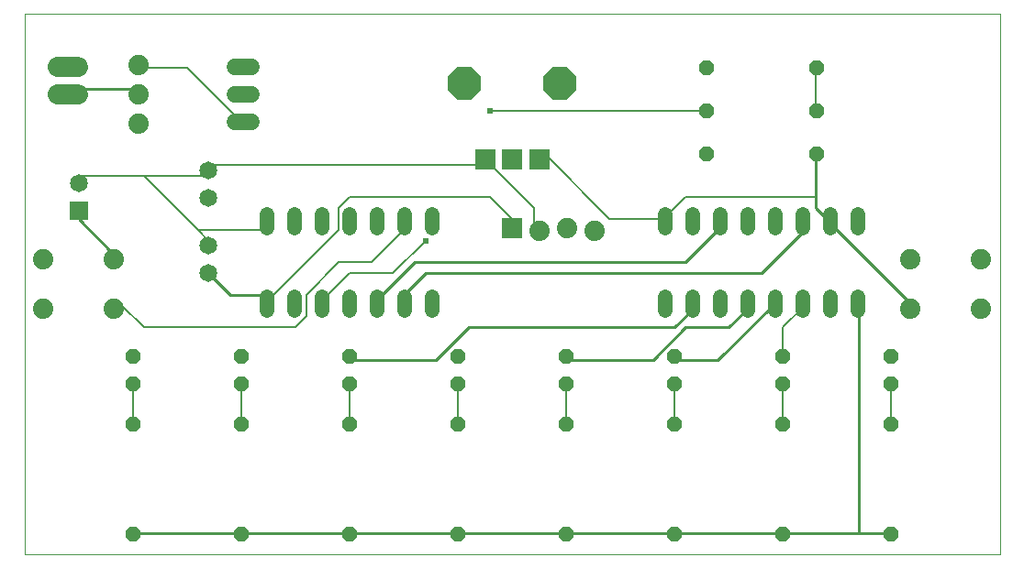
<source format=gtl>
G75*
G70*
%OFA0B0*%
%FSLAX24Y24*%
%IPPOS*%
%LPD*%
%AMOC8*
5,1,8,0,0,1.08239X$1,22.5*
%
%ADD10C,0.0000*%
%ADD11C,0.0520*%
%ADD12OC8,0.0520*%
%ADD13R,0.0740X0.0740*%
%ADD14OC8,0.1181*%
%ADD15C,0.0740*%
%ADD16C,0.0650*%
%ADD17C,0.0600*%
%ADD18C,0.0740*%
%ADD19R,0.0650X0.0650*%
%ADD20C,0.0100*%
%ADD21C,0.0080*%
%ADD22C,0.0240*%
D10*
X000100Y000100D02*
X000100Y019785D01*
X035533Y019785D01*
X035533Y000100D01*
X000100Y000100D01*
D11*
X008909Y008970D02*
X008909Y009490D01*
X009909Y009490D02*
X009909Y008970D01*
X010909Y008970D02*
X010909Y009490D01*
X011909Y009490D02*
X011909Y008970D01*
X012909Y008970D02*
X012909Y009490D01*
X013909Y009490D02*
X013909Y008970D01*
X014909Y008970D02*
X014909Y009490D01*
X014909Y011970D02*
X014909Y012490D01*
X013909Y012490D02*
X013909Y011970D01*
X012909Y011970D02*
X012909Y012490D01*
X011909Y012490D02*
X011909Y011970D01*
X010909Y011970D02*
X010909Y012490D01*
X009909Y012490D02*
X009909Y011970D01*
X008909Y011970D02*
X008909Y012490D01*
X023372Y012490D02*
X023372Y011970D01*
X024372Y011970D02*
X024372Y012490D01*
X025372Y012490D02*
X025372Y011970D01*
X026372Y011970D02*
X026372Y012490D01*
X027372Y012490D02*
X027372Y011970D01*
X028372Y011970D02*
X028372Y012490D01*
X029372Y012490D02*
X029372Y011970D01*
X030372Y011970D02*
X030372Y012490D01*
X030372Y009490D02*
X030372Y008970D01*
X029372Y008970D02*
X029372Y009490D01*
X028372Y009490D02*
X028372Y008970D01*
X027372Y008970D02*
X027372Y009490D01*
X026372Y009490D02*
X026372Y008970D01*
X025372Y008970D02*
X025372Y009490D01*
X024372Y009490D02*
X024372Y008970D01*
X023372Y008970D02*
X023372Y009490D01*
D12*
X023722Y007293D03*
X023722Y006293D03*
X023722Y004856D03*
X019785Y004856D03*
X019785Y006293D03*
X019785Y007293D03*
X015848Y007293D03*
X015848Y006293D03*
X015848Y004856D03*
X011911Y004856D03*
X011911Y006293D03*
X011911Y007293D03*
X007974Y007293D03*
X007974Y006293D03*
X007974Y004856D03*
X004037Y004856D03*
X004037Y006293D03*
X004037Y007293D03*
X004037Y000856D03*
X007974Y000856D03*
X011911Y000856D03*
X015848Y000856D03*
X019785Y000856D03*
X023722Y000856D03*
X027659Y000856D03*
X031596Y000856D03*
X031596Y004856D03*
X031596Y006293D03*
X031596Y007293D03*
X027659Y007293D03*
X027659Y006293D03*
X027659Y004856D03*
X028872Y014667D03*
X028872Y016242D03*
X028872Y017817D03*
X024872Y017817D03*
X024872Y016242D03*
X024872Y014667D03*
D13*
X018801Y014470D03*
X017817Y014470D03*
X016832Y014470D03*
X017817Y011961D03*
D14*
X019549Y017226D03*
X016084Y017226D03*
D15*
X019817Y011961D03*
X020817Y011861D03*
X018817Y011861D03*
X032285Y010833D03*
X034845Y010833D03*
X034845Y009053D03*
X032285Y009053D03*
X004234Y015762D03*
X004234Y016832D03*
X004234Y017902D03*
X003349Y010833D03*
X000789Y010833D03*
X000789Y009053D03*
X003349Y009053D03*
D16*
X006793Y010336D03*
X006793Y011336D03*
X006793Y013076D03*
X006793Y014076D03*
X002069Y013592D03*
D17*
X007749Y015832D02*
X008349Y015832D01*
X008349Y016832D02*
X007749Y016832D01*
X007749Y017832D02*
X008349Y017832D01*
D18*
X002045Y017832D02*
X001305Y017832D01*
X001305Y016832D02*
X002045Y016832D01*
D19*
X002069Y012592D03*
D20*
X002069Y012305D01*
X003250Y011124D01*
X003349Y010833D01*
X006793Y010336D02*
X006793Y010336D01*
X007580Y009549D01*
X008761Y009549D01*
X008909Y009230D01*
X011911Y007293D02*
X011911Y007187D01*
X015061Y007187D01*
X016242Y008368D01*
X023722Y008368D01*
X024509Y009155D01*
X024372Y009230D01*
X024116Y008368D02*
X025691Y008368D01*
X026478Y009155D01*
X026372Y009230D01*
X027265Y009155D02*
X027372Y009230D01*
X027265Y009155D02*
X025297Y007187D01*
X023722Y007187D01*
X023722Y007293D01*
X022935Y007187D02*
X024116Y008368D01*
X022935Y007187D02*
X019785Y007187D01*
X019785Y007293D01*
X014667Y010336D02*
X026872Y010336D01*
X028446Y011911D01*
X028372Y012230D01*
X028840Y012698D02*
X029234Y012305D01*
X029372Y012230D01*
X029628Y011911D01*
X032383Y009155D01*
X032285Y009053D01*
X030415Y009155D02*
X030372Y009230D01*
X030415Y009155D02*
X030415Y000887D01*
X031596Y000887D01*
X031596Y000856D01*
X030415Y000887D02*
X027659Y000887D01*
X027659Y000856D01*
X027659Y000887D02*
X023722Y000887D01*
X023722Y000856D01*
X023722Y000887D02*
X019785Y000887D01*
X019785Y000856D01*
X019785Y000887D02*
X015848Y000887D01*
X015848Y000856D01*
X015848Y000887D02*
X011911Y000887D01*
X011911Y000856D01*
X011911Y000887D02*
X007974Y000887D01*
X007974Y000856D01*
X007974Y000887D02*
X004037Y000887D01*
X004037Y000856D01*
X012909Y009230D02*
X013092Y009549D01*
X014273Y010730D01*
X024116Y010730D01*
X025297Y011911D01*
X025372Y012230D01*
X028840Y012698D02*
X028840Y013092D01*
X028840Y014667D01*
X028872Y014667D01*
X014667Y010336D02*
X013880Y009549D01*
X013909Y009230D01*
X004234Y016832D02*
X004037Y017029D01*
X001675Y017029D01*
X001675Y016832D01*
D21*
X004234Y017902D02*
X004431Y017817D01*
X006006Y017817D01*
X007974Y015848D01*
X008049Y015832D01*
X006793Y014273D02*
X006793Y014076D01*
X006793Y013880D01*
X004431Y013880D01*
X006399Y011911D01*
X008761Y011911D01*
X008909Y012230D01*
X006793Y011517D02*
X006793Y011336D01*
X006793Y011517D02*
X006399Y011911D01*
X004431Y013880D02*
X002069Y013880D01*
X002069Y013592D01*
X006793Y014273D02*
X016635Y014273D01*
X016832Y014470D01*
X018604Y012698D01*
X018604Y011911D01*
X018817Y011861D01*
X017817Y011961D02*
X017817Y012305D01*
X017029Y013092D01*
X011911Y013092D01*
X011517Y012698D01*
X011517Y011911D01*
X009155Y009549D01*
X008909Y009230D01*
X009943Y008368D02*
X004431Y008368D01*
X003643Y009155D01*
X003349Y009053D01*
X004037Y006399D02*
X004037Y006293D01*
X004037Y004856D01*
X004037Y004824D01*
X007974Y004824D02*
X007974Y004856D01*
X007974Y006293D01*
X007974Y006399D01*
X009943Y008368D02*
X010336Y008761D01*
X010336Y009549D01*
X011517Y010730D01*
X012698Y010730D01*
X013880Y011911D01*
X013909Y012230D01*
X014667Y011517D02*
X013486Y010336D01*
X011911Y010336D01*
X011124Y009549D01*
X010909Y009230D01*
X011911Y006399D02*
X011911Y006293D01*
X011911Y004856D01*
X011911Y004824D01*
X015848Y004824D02*
X015848Y004856D01*
X015848Y006293D01*
X015848Y006399D01*
X019785Y006399D02*
X019785Y006293D01*
X019785Y004856D01*
X019785Y004824D01*
X023722Y004824D02*
X023722Y004856D01*
X023722Y006293D01*
X023722Y006399D01*
X027659Y006399D02*
X027659Y006293D01*
X027659Y004856D01*
X027659Y004824D01*
X027659Y007187D02*
X027659Y007293D01*
X027659Y008368D01*
X028446Y009155D01*
X028372Y009230D01*
X031596Y006399D02*
X031596Y006293D01*
X031596Y004856D01*
X031596Y004824D01*
X023372Y012230D02*
X023328Y012305D01*
X024116Y013092D01*
X028840Y013092D01*
X028840Y016242D02*
X028872Y016242D01*
X028840Y016242D02*
X028840Y017817D01*
X028872Y017817D01*
X024903Y016242D02*
X024872Y016242D01*
X017029Y016242D01*
X018801Y014470D02*
X018998Y014667D01*
X021360Y012305D01*
X023328Y012305D01*
D22*
X017029Y016242D03*
X014667Y011517D03*
M02*

</source>
